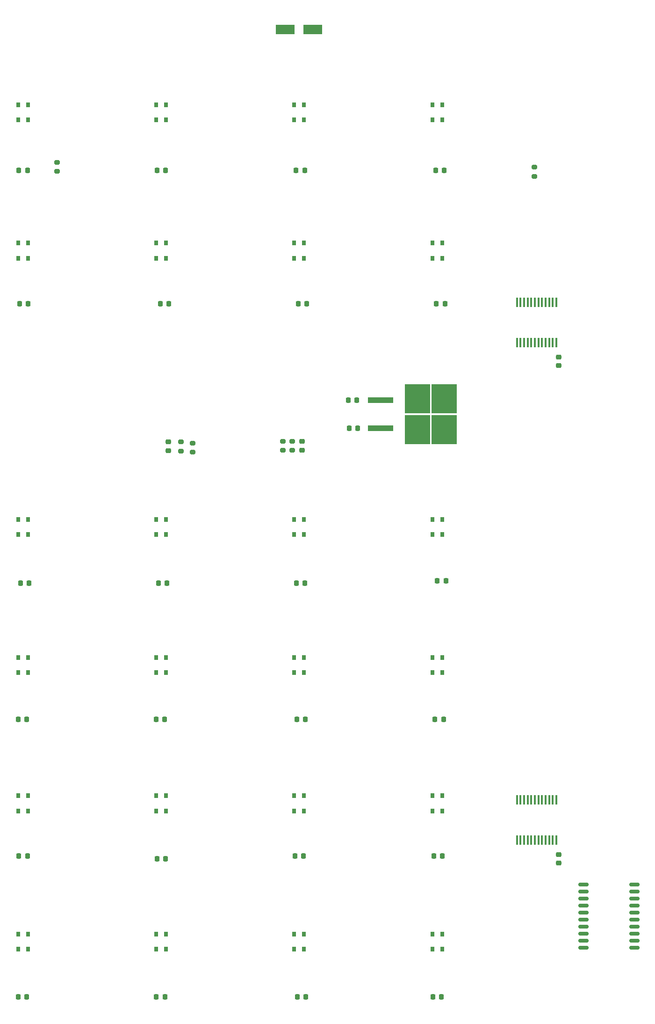
<source format=gbr>
%TF.GenerationSoftware,KiCad,Pcbnew,(6.0.9-0)*%
%TF.CreationDate,2023-10-23T19:11:04-03:00*%
%TF.ProjectId,Faduino-1,46616475-696e-46f2-9d31-2e6b69636164,3*%
%TF.SameCoordinates,Original*%
%TF.FileFunction,Paste,Top*%
%TF.FilePolarity,Positive*%
%FSLAX46Y46*%
G04 Gerber Fmt 4.6, Leading zero omitted, Abs format (unit mm)*
G04 Created by KiCad (PCBNEW (6.0.9-0)) date 2023-10-23 19:11:04*
%MOMM*%
%LPD*%
G01*
G04 APERTURE LIST*
G04 Aperture macros list*
%AMRoundRect*
0 Rectangle with rounded corners*
0 $1 Rounding radius*
0 $2 $3 $4 $5 $6 $7 $8 $9 X,Y pos of 4 corners*
0 Add a 4 corners polygon primitive as box body*
4,1,4,$2,$3,$4,$5,$6,$7,$8,$9,$2,$3,0*
0 Add four circle primitives for the rounded corners*
1,1,$1+$1,$2,$3*
1,1,$1+$1,$4,$5*
1,1,$1+$1,$6,$7*
1,1,$1+$1,$8,$9*
0 Add four rect primitives between the rounded corners*
20,1,$1+$1,$2,$3,$4,$5,0*
20,1,$1+$1,$4,$5,$6,$7,0*
20,1,$1+$1,$6,$7,$8,$9,0*
20,1,$1+$1,$8,$9,$2,$3,0*%
G04 Aperture macros list end*
%ADD10RoundRect,0.225000X-0.250000X0.225000X-0.250000X-0.225000X0.250000X-0.225000X0.250000X0.225000X0*%
%ADD11RoundRect,0.225000X0.225000X0.250000X-0.225000X0.250000X-0.225000X-0.250000X0.225000X-0.250000X0*%
%ADD12RoundRect,0.225000X-0.225000X-0.250000X0.225000X-0.250000X0.225000X0.250000X-0.225000X0.250000X0*%
%ADD13R,0.800000X0.950000*%
%ADD14R,3.500000X1.800000*%
%ADD15RoundRect,0.200000X-0.275000X0.200000X-0.275000X-0.200000X0.275000X-0.200000X0.275000X0.200000X0*%
%ADD16RoundRect,0.200000X0.275000X-0.200000X0.275000X0.200000X-0.275000X0.200000X-0.275000X-0.200000X0*%
%ADD17R,0.450000X1.750000*%
%ADD18RoundRect,0.150000X-0.800000X-0.150000X0.800000X-0.150000X0.800000X0.150000X-0.800000X0.150000X0*%
%ADD19R,4.550000X5.250000*%
%ADD20R,4.600000X1.100000*%
G04 APERTURE END LIST*
D10*
%TO.C,C_mux_1*%
X172000000Y-94225000D03*
X172000000Y-95775000D03*
%TD*%
D11*
%TO.C,C_pwr_2*%
X135605000Y-107110000D03*
X134055000Y-107110000D03*
%TD*%
D12*
%TO.C,C1*%
X74225000Y-60500000D03*
X75775000Y-60500000D03*
%TD*%
%TO.C,C13*%
X124505000Y-135200000D03*
X126055000Y-135200000D03*
%TD*%
%TO.C,C2*%
X99225000Y-60500000D03*
X100775000Y-60500000D03*
%TD*%
%TO.C,C14*%
X150005000Y-134700000D03*
X151555000Y-134700000D03*
%TD*%
%TO.C,C3*%
X124450000Y-60500000D03*
X126000000Y-60500000D03*
%TD*%
%TO.C,C15*%
X74095000Y-159840000D03*
X75645000Y-159840000D03*
%TD*%
D11*
%TO.C,C4*%
X151275000Y-60500000D03*
X149725000Y-60500000D03*
%TD*%
D12*
%TO.C,C16*%
X99095000Y-159840000D03*
X100645000Y-159840000D03*
%TD*%
%TO.C,C17*%
X124595000Y-159840000D03*
X126145000Y-159840000D03*
%TD*%
%TO.C,C6*%
X99835000Y-84640000D03*
X101385000Y-84640000D03*
%TD*%
%TO.C,C18*%
X149595000Y-159840000D03*
X151145000Y-159840000D03*
%TD*%
%TO.C,C7*%
X124835000Y-84640000D03*
X126385000Y-84640000D03*
%TD*%
%TO.C,C19*%
X74225000Y-184560000D03*
X75775000Y-184560000D03*
%TD*%
%TO.C,C8*%
X149835000Y-84640000D03*
X151385000Y-84640000D03*
%TD*%
%TO.C,C20*%
X99225000Y-185060000D03*
X100775000Y-185060000D03*
%TD*%
%TO.C,C21*%
X124225000Y-184560000D03*
X125775000Y-184560000D03*
%TD*%
%TO.C,C22*%
X74125000Y-210030000D03*
X75675000Y-210030000D03*
%TD*%
%TO.C,C11*%
X74505000Y-135200000D03*
X76055000Y-135200000D03*
%TD*%
%TO.C,C23*%
X99125000Y-210030000D03*
X100675000Y-210030000D03*
%TD*%
%TO.C,C12*%
X99505000Y-135200000D03*
X101055000Y-135200000D03*
%TD*%
%TO.C,C24*%
X124625000Y-210030000D03*
X126175000Y-210030000D03*
%TD*%
D10*
%TO.C,C_enc_2*%
X125500000Y-109525000D03*
X125500000Y-111075000D03*
%TD*%
D13*
%TO.C,D2*%
X99110000Y-51365000D03*
X100890000Y-51365000D03*
X100890000Y-48635000D03*
X99110000Y-48635000D03*
%TD*%
%TO.C,D3*%
X124110000Y-51365000D03*
X125890000Y-51365000D03*
X125890000Y-48635000D03*
X124110000Y-48635000D03*
%TD*%
%TO.C,D4*%
X149110000Y-51365000D03*
X150890000Y-51365000D03*
X150890000Y-48635000D03*
X149110000Y-48635000D03*
%TD*%
%TO.C,D5*%
X74110000Y-76365000D03*
X75890000Y-76365000D03*
X75890000Y-73635000D03*
X74110000Y-73635000D03*
%TD*%
%TO.C,D6*%
X99110000Y-76365000D03*
X100890000Y-76365000D03*
X100890000Y-73635000D03*
X99110000Y-73635000D03*
%TD*%
%TO.C,D7*%
X124110000Y-76365000D03*
X125890000Y-76365000D03*
X125890000Y-73635000D03*
X124110000Y-73635000D03*
%TD*%
%TO.C,D8*%
X149110000Y-76365000D03*
X150890000Y-76365000D03*
X150890000Y-73635000D03*
X149110000Y-73635000D03*
%TD*%
%TO.C,D11*%
X74110000Y-126365000D03*
X75890000Y-126365000D03*
X75890000Y-123635000D03*
X74110000Y-123635000D03*
%TD*%
%TO.C,D12*%
X99110000Y-126365000D03*
X100890000Y-126365000D03*
X100890000Y-123635000D03*
X99110000Y-123635000D03*
%TD*%
%TO.C,D13*%
X124110000Y-126365000D03*
X125890000Y-126365000D03*
X125890000Y-123635000D03*
X124110000Y-123635000D03*
%TD*%
%TO.C,D14*%
X149110000Y-126365000D03*
X150890000Y-126365000D03*
X150890000Y-123635000D03*
X149110000Y-123635000D03*
%TD*%
%TO.C,D15*%
X74110000Y-151365000D03*
X75890000Y-151365000D03*
X75890000Y-148635000D03*
X74110000Y-148635000D03*
%TD*%
%TO.C,D16*%
X99110000Y-151365000D03*
X100890000Y-151365000D03*
X100890000Y-148635000D03*
X99110000Y-148635000D03*
%TD*%
%TO.C,D17*%
X124110000Y-151365000D03*
X125890000Y-151365000D03*
X125890000Y-148635000D03*
X124110000Y-148635000D03*
%TD*%
%TO.C,D18*%
X149110000Y-151365000D03*
X150890000Y-151365000D03*
X150890000Y-148635000D03*
X149110000Y-148635000D03*
%TD*%
%TO.C,D19*%
X74110000Y-176365000D03*
X75890000Y-176365000D03*
X75890000Y-173635000D03*
X74110000Y-173635000D03*
%TD*%
%TO.C,D20*%
X99110000Y-176365000D03*
X100890000Y-176365000D03*
X100890000Y-173635000D03*
X99110000Y-173635000D03*
%TD*%
%TO.C,D21*%
X124110000Y-176365000D03*
X125890000Y-176365000D03*
X125890000Y-173635000D03*
X124110000Y-173635000D03*
%TD*%
%TO.C,D22*%
X74110000Y-201365000D03*
X75890000Y-201365000D03*
X75890000Y-198635000D03*
X74110000Y-198635000D03*
%TD*%
%TO.C,D23*%
X99110000Y-201365000D03*
X100890000Y-201365000D03*
X100890000Y-198635000D03*
X99110000Y-198635000D03*
%TD*%
%TO.C,D24*%
X124110000Y-201365000D03*
X125890000Y-201365000D03*
X125890000Y-198635000D03*
X124110000Y-198635000D03*
%TD*%
%TO.C,D_1*%
X74110000Y-51365000D03*
X75890000Y-51365000D03*
X75890000Y-48635000D03*
X74110000Y-48635000D03*
%TD*%
D14*
%TO.C,Diode1*%
X122500000Y-35000000D03*
X127500000Y-35000000D03*
%TD*%
D15*
%TO.C,R1*%
X167600000Y-59915000D03*
X167600000Y-61565000D03*
%TD*%
D16*
%TO.C,R3*%
X105690000Y-111485000D03*
X105690000Y-109835000D03*
%TD*%
D15*
%TO.C,R5*%
X123700000Y-109475000D03*
X123700000Y-111125000D03*
%TD*%
D16*
%TO.C,R4*%
X122000000Y-111125000D03*
X122000000Y-109475000D03*
%TD*%
%TO.C,R2*%
X103550000Y-111275000D03*
X103550000Y-109625000D03*
%TD*%
D10*
%TO.C,C_enc_1*%
X101300000Y-109625000D03*
X101300000Y-111175000D03*
%TD*%
D11*
%TO.C,C5*%
X75885000Y-84640000D03*
X74335000Y-84640000D03*
%TD*%
D10*
%TO.C,C_mux_2*%
X172000000Y-184225000D03*
X172000000Y-185775000D03*
%TD*%
D11*
%TO.C,C_pwr_1*%
X135405000Y-102020000D03*
X133855000Y-102020000D03*
%TD*%
D17*
%TO.C,Mux_2*%
X171575000Y-174400000D03*
X170925000Y-174400000D03*
X170275000Y-174400000D03*
X169625000Y-174400000D03*
X168975000Y-174400000D03*
X168325000Y-174400000D03*
X167675000Y-174400000D03*
X167025000Y-174400000D03*
X166375000Y-174400000D03*
X165725000Y-174400000D03*
X165075000Y-174400000D03*
X164425000Y-174400000D03*
X164425000Y-181600000D03*
X165075000Y-181600000D03*
X165725000Y-181600000D03*
X166375000Y-181600000D03*
X167025000Y-181600000D03*
X167675000Y-181600000D03*
X168325000Y-181600000D03*
X168975000Y-181600000D03*
X169625000Y-181600000D03*
X170275000Y-181600000D03*
X170925000Y-181600000D03*
X171575000Y-181600000D03*
%TD*%
%TO.C,Mux_1*%
X171575000Y-84400000D03*
X170925000Y-84400000D03*
X170275000Y-84400000D03*
X169625000Y-84400000D03*
X168975000Y-84400000D03*
X168325000Y-84400000D03*
X167675000Y-84400000D03*
X167025000Y-84400000D03*
X166375000Y-84400000D03*
X165725000Y-84400000D03*
X165075000Y-84400000D03*
X164425000Y-84400000D03*
X164425000Y-91600000D03*
X165075000Y-91600000D03*
X165725000Y-91600000D03*
X166375000Y-91600000D03*
X167025000Y-91600000D03*
X167675000Y-91600000D03*
X168325000Y-91600000D03*
X168975000Y-91600000D03*
X169625000Y-91600000D03*
X170275000Y-91600000D03*
X170925000Y-91600000D03*
X171575000Y-91600000D03*
%TD*%
D16*
%TO.C,R19*%
X81160000Y-60695000D03*
X81160000Y-59045000D03*
%TD*%
D13*
%TO.C,D9*%
X149110000Y-176365000D03*
X150890000Y-176365000D03*
X150890000Y-173635000D03*
X149110000Y-173635000D03*
%TD*%
D12*
%TO.C,C9*%
X149385000Y-184540000D03*
X150935000Y-184540000D03*
%TD*%
D13*
%TO.C,D10*%
X149110000Y-201365000D03*
X150890000Y-201365000D03*
X150890000Y-198635000D03*
X149110000Y-198635000D03*
%TD*%
D12*
%TO.C,C10*%
X149225000Y-210030000D03*
X150775000Y-210030000D03*
%TD*%
D18*
%TO.C,L293DD1*%
X176510000Y-189695000D03*
X176510000Y-190965000D03*
X176510000Y-192235000D03*
X176510000Y-193505000D03*
X176510000Y-194775000D03*
X176510000Y-196045000D03*
X176510000Y-197315000D03*
X176510000Y-198585000D03*
X176510000Y-199855000D03*
X176510000Y-201125000D03*
X185710000Y-201125000D03*
X185710000Y-199855000D03*
X185710000Y-198585000D03*
X185710000Y-197315000D03*
X185710000Y-196045000D03*
X185710000Y-194775000D03*
X185710000Y-193505000D03*
X185710000Y-192235000D03*
X185710000Y-190965000D03*
X185710000Y-189695000D03*
%TD*%
D19*
%TO.C,Tension_reg1*%
X146440000Y-101805000D03*
X146440000Y-107355000D03*
X151290000Y-101805000D03*
X151290000Y-107355000D03*
D20*
X139715000Y-102040000D03*
X139715000Y-107120000D03*
%TD*%
M02*

</source>
